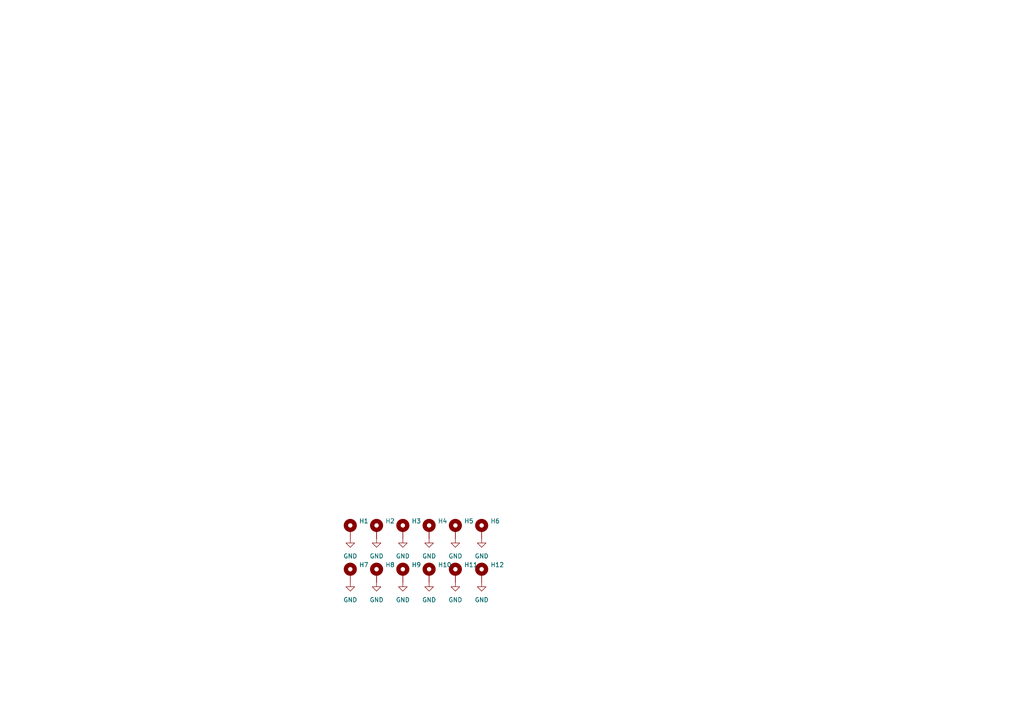
<source format=kicad_sch>
(kicad_sch (version 20231120) (generator "eeschema") (generator_version "8.0")
  (paper "A4")
  (lib_symbols
    (symbol "Mechanical:MountingHole_Pad" (pin_numbers hide) (pin_names (offset 1.016) hide) (exclude_from_sim yes) (in_bom no)
      (property "Reference" "H" (at 0 6.35 0))
      (property "Value" "MountingHole_Pad" (at 0 4.445 0))
      (symbol "MountingHole_Pad_0_1"
        (circle (center 0 1.27) (radius 1.27) (stroke (width 1.27)))
      )
      (symbol "MountingHole_Pad_1_1"
        (pin input line (at 0 -2.54 90) (length 2.54) (name "1") (number "1"))
      )
    )
    (symbol "power:GND" (power) (pin_names (offset 0))
      (property "Value" "GND" (at 0 -3.81 0))
      (symbol "GND_0_1"
        (polyline (pts (xy 0 0) (xy 0 -1.27) (xy 1.27 -1.27) (xy 0 -2.54) (xy -1.27 -1.27) (xy 0 -1.27)))
      )
      (symbol "GND_1_1"
        (pin power_in line (at 0 0 270) (length 0) hide (name "GND") (number "1"))
      )
    )
  )
  (symbol (lib_id "Mechanical:MountingHole_Pad") (at 132.08 166.37 0) (unit 1) (exclude_from_sim yes) (in_bom no)
    (property "Reference" "H11" (at 134.62 163.8299 0) (effects (justify left)))
    (property "Value" "MountingHole_Pad" (effects (hide yes)))
    (property "Footprint" "MountingHole:MountingHole_2.2mm_M2_Pad_Via" (effects (hide yes)))
    (property "Description" "Mounting Hole with connection" (effects (hide yes)))
  )
  (symbol (lib_id "Mechanical:MountingHole_Pad") (at 116.84 153.67 0) (unit 1) (exclude_from_sim yes) (in_bom no)
    (property "Reference" "H3" (at 119.38 151.1299 0) (effects (justify left)))
    (property "Value" "MountingHole_Pad" (effects (hide yes)))
    (property "Footprint" "MountingHole:MountingHole_2.2mm_M2_Pad_Via" (effects (hide yes)))
    (property "Description" "Mounting Hole with connection" (effects (hide yes)))
  )
  (symbol (lib_id "Mechanical:MountingHole_Pad") (at 101.6 166.37 0) (unit 1) (exclude_from_sim yes) (in_bom no)
    (property "Reference" "H7" (at 104.14 163.8299 0) (effects (justify left)))
    (property "Value" "MountingHole_Pad" (effects (hide yes)))
    (property "Footprint" "MountingHole:MountingHole_2.2mm_M2_Pad_Via" (effects (hide yes)))
    (property "Description" "Mounting Hole with connection" (effects (hide yes)))
  )
  (symbol (lib_id "power:GND") (at 132.08 168.91 0) (unit 1)
    (property "Reference" "#PWR011" (effects (hide yes)))
    (property "Value" "GND" (at 132.08 173.99 0))
  )
  (symbol (lib_id "Mechanical:MountingHole_Pad") (at 139.7 153.67 0) (unit 1) (exclude_from_sim yes) (in_bom no)
    (property "Reference" "H6" (at 142.24 151.1299 0) (effects (justify left)))
    (property "Value" "MountingHole_Pad" (effects (hide yes)))
    (property "Footprint" "MountingHole:MountingHole_2.2mm_M2_Pad_Via" (effects (hide yes)))
    (property "Description" "Mounting Hole with connection" (effects (hide yes)))
  )
  (symbol (lib_id "power:GND") (at 101.6 156.21 0) (unit 1)
    (property "Reference" "#PWR01" (effects (hide yes)))
    (property "Value" "GND" (at 101.6 161.29 0))
  )
  (symbol (lib_id "power:GND") (at 139.7 156.21 0) (unit 1)
    (property "Reference" "#PWR06" (effects (hide yes)))
    (property "Value" "GND" (at 139.7 161.29 0))
  )
  (symbol (lib_id "Mechanical:MountingHole_Pad") (at 109.22 153.67 0) (unit 1) (exclude_from_sim yes) (in_bom no)
    (property "Reference" "H2" (at 111.76 151.1299 0) (effects (justify left)))
    (property "Value" "MountingHole_Pad" (effects (hide yes)))
    (property "Footprint" "MountingHole:MountingHole_2.2mm_M2_Pad_Via" (effects (hide yes)))
    (property "Description" "Mounting Hole with connection" (effects (hide yes)))
  )
  (symbol (lib_id "Mechanical:MountingHole_Pad") (at 132.08 153.67 0) (unit 1) (exclude_from_sim yes) (in_bom no)
    (property "Reference" "H5" (at 134.62 151.1299 0) (effects (justify left)))
    (property "Value" "MountingHole_Pad" (effects (hide yes)))
    (property "Footprint" "MountingHole:MountingHole_2.2mm_M2_Pad_Via" (effects (hide yes)))
    (property "Description" "Mounting Hole with connection" (effects (hide yes)))
  )
  (symbol (lib_id "power:GND") (at 116.84 156.21 0) (unit 1)
    (property "Reference" "#PWR03" (effects (hide yes)))
    (property "Value" "GND" (at 116.84 161.29 0))
  )
  (symbol (lib_id "power:GND") (at 109.22 156.21 0) (unit 1)
    (property "Reference" "#PWR02" (effects (hide yes)))
    (property "Value" "GND" (at 109.22 161.29 0))
  )
  (symbol (lib_id "Mechanical:MountingHole_Pad") (at 124.46 153.67 0) (unit 1) (exclude_from_sim yes) (in_bom no)
    (property "Reference" "H4" (at 127 151.1299 0) (effects (justify left)))
    (property "Value" "MountingHole_Pad" (effects (hide yes)))
    (property "Footprint" "MountingHole:MountingHole_2.2mm_M2_Pad_Via" (effects (hide yes)))
    (property "Description" "Mounting Hole with connection" (effects (hide yes)))
  )
  (symbol (lib_id "Mechanical:MountingHole_Pad") (at 101.6 153.67 0) (unit 1) (exclude_from_sim yes) (in_bom no)
    (property "Reference" "H1" (at 104.14 151.1299 0) (effects (justify left)))
    (property "Value" "MountingHole_Pad" (effects (hide yes)))
    (property "Footprint" "MountingHole:MountingHole_2.2mm_M2_Pad_Via" (effects (hide yes)))
    (property "Description" "Mounting Hole with connection" (effects (hide yes)))
  )
  (symbol (lib_id "power:GND") (at 109.22 168.91 0) (unit 1)
    (property "Reference" "#PWR08" (effects (hide yes)))
    (property "Value" "GND" (at 109.22 173.99 0))
  )
  (symbol (lib_id "power:GND") (at 139.7 168.91 0) (unit 1)
    (property "Reference" "#PWR012" (effects (hide yes)))
    (property "Value" "GND" (at 139.7 173.99 0))
  )
  (symbol (lib_id "power:GND") (at 124.46 168.91 0) (unit 1)
    (property "Reference" "#PWR010" (effects (hide yes)))
    (property "Value" "GND" (at 124.46 173.99 0))
  )
  (symbol (lib_id "Mechanical:MountingHole_Pad") (at 109.22 166.37 0) (unit 1) (exclude_from_sim yes) (in_bom no)
    (property "Reference" "H8" (at 111.76 163.8299 0) (effects (justify left)))
    (property "Value" "MountingHole_Pad" (effects (hide yes)))
    (property "Footprint" "MountingHole:MountingHole_2.2mm_M2_Pad_Via" (effects (hide yes)))
    (property "Description" "Mounting Hole with connection" (effects (hide yes)))
  )
  (symbol (lib_id "Mechanical:MountingHole_Pad") (at 139.7 166.37 0) (unit 1) (exclude_from_sim yes) (in_bom no)
    (property "Reference" "H12" (at 142.24 163.8299 0) (effects (justify left)))
    (property "Value" "MountingHole_Pad" (effects (hide yes)))
    (property "Footprint" "MountingHole:MountingHole_2.2mm_M2_Pad_Via" (effects (hide yes)))
    (property "Description" "Mounting Hole with connection" (effects (hide yes)))
  )
  (symbol (lib_id "Mechanical:MountingHole_Pad") (at 116.84 166.37 0) (unit 1) (exclude_from_sim yes) (in_bom no)
    (property "Reference" "H9" (at 119.38 163.8299 0) (effects (justify left)))
    (property "Value" "MountingHole_Pad" (effects (hide yes)))
    (property "Footprint" "MountingHole:MountingHole_2.2mm_M2_Pad_Via" (effects (hide yes)))
    (property "Description" "Mounting Hole with connection" (effects (hide yes)))
  )
  (symbol (lib_id "Mechanical:MountingHole_Pad") (at 124.46 166.37 0) (unit 1) (exclude_from_sim yes) (in_bom no)
    (property "Reference" "H10" (at 127 163.8299 0) (effects (justify left)))
    (property "Value" "MountingHole_Pad" (effects (hide yes)))
    (property "Footprint" "MountingHole:MountingHole_2.2mm_M2_Pad_Via" (effects (hide yes)))
    (property "Description" "Mounting Hole with connection" (effects (hide yes)))
  )
  (symbol (lib_id "power:GND") (at 101.6 168.91 0) (unit 1)
    (property "Reference" "#PWR07" (effects (hide yes)))
    (property "Value" "GND" (at 101.6 173.99 0))
  )
  (symbol (lib_id "power:GND") (at 116.84 168.91 0) (unit 1)
    (property "Reference" "#PWR09" (effects (hide yes)))
    (property "Value" "GND" (at 116.84 173.99 0))
  )
  (symbol (lib_id "power:GND") (at 132.08 156.21 0) (unit 1)
    (property "Reference" "#PWR05" (effects (hide yes)))
    (property "Value" "GND" (at 132.08 161.29 0))
  )
  (symbol (lib_id "power:GND") (at 124.46 156.21 0) (unit 1)
    (property "Reference" "#PWR04" (effects (hide yes)))
    (property "Value" "GND" (at 124.46 161.29 0))
  )
)
</source>
